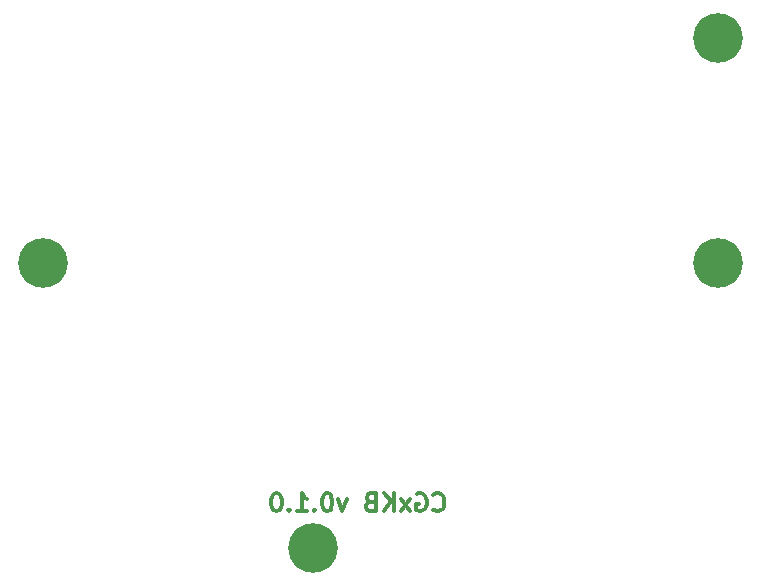
<source format=gbr>
%TF.GenerationSoftware,KiCad,Pcbnew,(6.0.10)*%
%TF.CreationDate,2023-03-05T22:19:41-08:00*%
%TF.ProjectId,tsbym-top_plate,74736279-6d2d-4746-9f70-5f706c617465,rev?*%
%TF.SameCoordinates,Original*%
%TF.FileFunction,Soldermask,Bot*%
%TF.FilePolarity,Negative*%
%FSLAX46Y46*%
G04 Gerber Fmt 4.6, Leading zero omitted, Abs format (unit mm)*
G04 Created by KiCad (PCBNEW (6.0.10)) date 2023-03-05 22:19:41*
%MOMM*%
%LPD*%
G01*
G04 APERTURE LIST*
%ADD10C,0.300000*%
%ADD11C,4.200000*%
G04 APERTURE END LIST*
D10*
X165777857Y-119280714D02*
X165849285Y-119352142D01*
X166063571Y-119423571D01*
X166206428Y-119423571D01*
X166420714Y-119352142D01*
X166563571Y-119209285D01*
X166635000Y-119066428D01*
X166706428Y-118780714D01*
X166706428Y-118566428D01*
X166635000Y-118280714D01*
X166563571Y-118137857D01*
X166420714Y-117995000D01*
X166206428Y-117923571D01*
X166063571Y-117923571D01*
X165849285Y-117995000D01*
X165777857Y-118066428D01*
X164349285Y-117995000D02*
X164492142Y-117923571D01*
X164706428Y-117923571D01*
X164920714Y-117995000D01*
X165063571Y-118137857D01*
X165135000Y-118280714D01*
X165206428Y-118566428D01*
X165206428Y-118780714D01*
X165135000Y-119066428D01*
X165063571Y-119209285D01*
X164920714Y-119352142D01*
X164706428Y-119423571D01*
X164563571Y-119423571D01*
X164349285Y-119352142D01*
X164277857Y-119280714D01*
X164277857Y-118780714D01*
X164563571Y-118780714D01*
X163777857Y-119423571D02*
X162992142Y-118423571D01*
X163777857Y-118423571D02*
X162992142Y-119423571D01*
X162420714Y-119423571D02*
X162420714Y-117923571D01*
X161563571Y-119423571D02*
X162206428Y-118566428D01*
X161563571Y-117923571D02*
X162420714Y-118780714D01*
X160420714Y-118637857D02*
X160206428Y-118709285D01*
X160135000Y-118780714D01*
X160063571Y-118923571D01*
X160063571Y-119137857D01*
X160135000Y-119280714D01*
X160206428Y-119352142D01*
X160349285Y-119423571D01*
X160920714Y-119423571D01*
X160920714Y-117923571D01*
X160420714Y-117923571D01*
X160277857Y-117995000D01*
X160206428Y-118066428D01*
X160135000Y-118209285D01*
X160135000Y-118352142D01*
X160206428Y-118495000D01*
X160277857Y-118566428D01*
X160420714Y-118637857D01*
X160920714Y-118637857D01*
X158420714Y-118423571D02*
X158063571Y-119423571D01*
X157706428Y-118423571D01*
X156849285Y-117923571D02*
X156706428Y-117923571D01*
X156563571Y-117995000D01*
X156492142Y-118066428D01*
X156420714Y-118209285D01*
X156349285Y-118495000D01*
X156349285Y-118852142D01*
X156420714Y-119137857D01*
X156492142Y-119280714D01*
X156563571Y-119352142D01*
X156706428Y-119423571D01*
X156849285Y-119423571D01*
X156992142Y-119352142D01*
X157063571Y-119280714D01*
X157135000Y-119137857D01*
X157206428Y-118852142D01*
X157206428Y-118495000D01*
X157135000Y-118209285D01*
X157063571Y-118066428D01*
X156992142Y-117995000D01*
X156849285Y-117923571D01*
X155706428Y-119280714D02*
X155635000Y-119352142D01*
X155706428Y-119423571D01*
X155777857Y-119352142D01*
X155706428Y-119280714D01*
X155706428Y-119423571D01*
X154206428Y-119423571D02*
X155063571Y-119423571D01*
X154635000Y-119423571D02*
X154635000Y-117923571D01*
X154777857Y-118137857D01*
X154920714Y-118280714D01*
X155063571Y-118352142D01*
X153563571Y-119280714D02*
X153492142Y-119352142D01*
X153563571Y-119423571D01*
X153635000Y-119352142D01*
X153563571Y-119280714D01*
X153563571Y-119423571D01*
X152563571Y-117923571D02*
X152420714Y-117923571D01*
X152277857Y-117995000D01*
X152206428Y-118066428D01*
X152135000Y-118209285D01*
X152063571Y-118495000D01*
X152063571Y-118852142D01*
X152135000Y-119137857D01*
X152206428Y-119280714D01*
X152277857Y-119352142D01*
X152420714Y-119423571D01*
X152563571Y-119423571D01*
X152706428Y-119352142D01*
X152777857Y-119280714D01*
X152849285Y-119137857D01*
X152920714Y-118852142D01*
X152920714Y-118495000D01*
X152849285Y-118209285D01*
X152777857Y-118066428D01*
X152706428Y-117995000D01*
X152563571Y-117923571D01*
D11*
%TO.C,Ref\u002A\u002A*%
X189865000Y-79375000D03*
%TD*%
%TO.C,Ref\u002A\u002A*%
X155575000Y-122555000D03*
%TD*%
%TO.C,Ref\u002A\u002A*%
X132715000Y-98425000D03*
%TD*%
%TO.C,Ref\u002A\u002A*%
X189865000Y-98425000D03*
%TD*%
M02*

</source>
